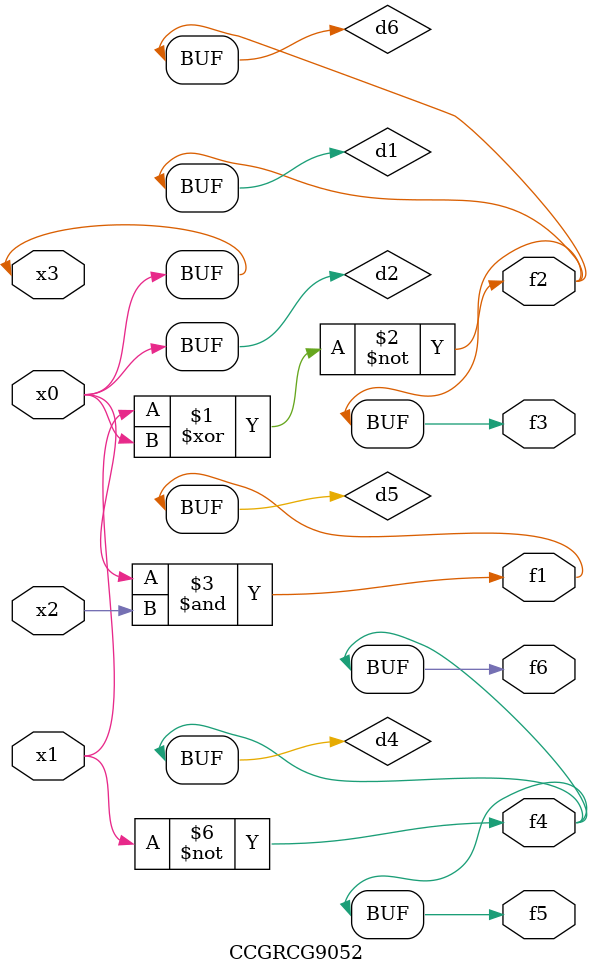
<source format=v>
module CCGRCG9052(
	input x0, x1, x2, x3,
	output f1, f2, f3, f4, f5, f6
);

	wire d1, d2, d3, d4, d5, d6;

	xnor (d1, x1, x3);
	buf (d2, x0, x3);
	nand (d3, x0, x2);
	not (d4, x1);
	nand (d5, d3);
	or (d6, d1);
	assign f1 = d5;
	assign f2 = d6;
	assign f3 = d6;
	assign f4 = d4;
	assign f5 = d4;
	assign f6 = d4;
endmodule

</source>
